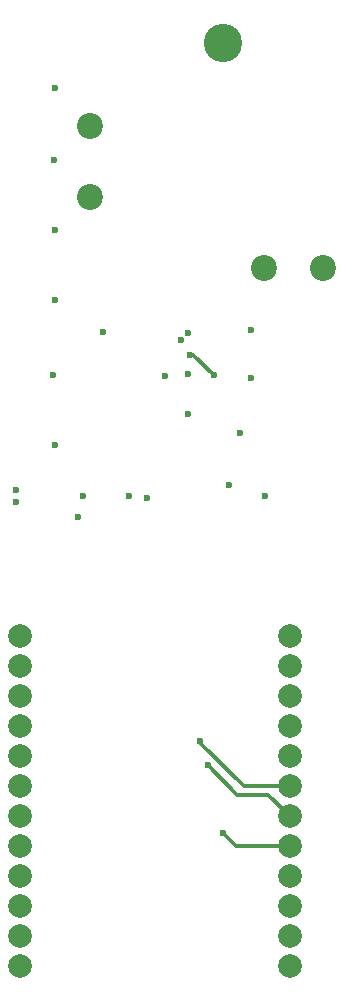
<source format=gbr>
%TF.GenerationSoftware,KiCad,Pcbnew,9.0.4*%
%TF.CreationDate,2025-08-31T21:44:59-07:00*%
%TF.ProjectId,motion-play-v4,6d6f7469-6f6e-42d7-906c-61792d76342e,rev?*%
%TF.SameCoordinates,Original*%
%TF.FileFunction,Copper,L4,Bot*%
%TF.FilePolarity,Positive*%
%FSLAX46Y46*%
G04 Gerber Fmt 4.6, Leading zero omitted, Abs format (unit mm)*
G04 Created by KiCad (PCBNEW 9.0.4) date 2025-08-31 21:44:59*
%MOMM*%
%LPD*%
G01*
G04 APERTURE LIST*
%TA.AperFunction,ComponentPad*%
%ADD10C,2.000000*%
%TD*%
%TA.AperFunction,WasherPad*%
%ADD11C,3.250000*%
%TD*%
%TA.AperFunction,ComponentPad*%
%ADD12C,2.200000*%
%TD*%
%TA.AperFunction,ViaPad*%
%ADD13C,0.600000*%
%TD*%
%TA.AperFunction,Conductor*%
%ADD14C,0.300000*%
%TD*%
G04 APERTURE END LIST*
D10*
%TO.P,U2,1,3v*%
%TO.N,Net-(3V2-Pad1)*%
X164700000Y-112100000D03*
%TO.P,U2,2,1*%
%TO.N,Net-(U2-1)*%
X164700000Y-114640000D03*
%TO.P,U2,3,2*%
%TO.N,Net-(J3-Pin_2)*%
X164700000Y-117180000D03*
%TO.P,U2,4,3*%
%TO.N,Net-(U2-3)*%
X164700000Y-119720000D03*
%TO.P,U2,5,10*%
%TO.N,Net-(U2-10)*%
X164700000Y-122260000D03*
%TO.P,U2,6,11*%
%TO.N,Net-(J4-Pin_3)*%
X164700000Y-124800000D03*
%TO.P,U2,7,12*%
%TO.N,Net-(J6-Pin_3)*%
X164700000Y-127340000D03*
%TO.P,U2,8,13*%
%TO.N,Net-(J8-Pin_3)*%
X164700000Y-129880000D03*
%TO.P,U2,9,NC*%
%TO.N,unconnected-(U2-NC-Pad9)*%
X164700000Y-132420000D03*
%TO.P,U2,10,NC*%
%TO.N,unconnected-(U2-NC-Pad10)*%
X164700000Y-134960000D03*
%TO.P,U2,11,GND*%
%TO.N,/GND*%
X164700000Y-137500000D03*
%TO.P,U2,12,5V*%
%TO.N,/+5V*%
X164700000Y-140040000D03*
%TO.P,U2,13,GND*%
%TO.N,/GND*%
X141838136Y-112100000D03*
%TO.P,U2,14,GND*%
X141838136Y-114640000D03*
%TO.P,U2,15,43*%
%TO.N,/SDA*%
X141838136Y-117180000D03*
%TO.P,U2,16,44*%
%TO.N,/SCL*%
X141838136Y-119720000D03*
%TO.P,U2,17,18*%
%TO.N,Net-(U2-18)*%
X141838136Y-122260000D03*
%TO.P,U2,18,17*%
%TO.N,Net-(U2-17)*%
X141838136Y-124800000D03*
%TO.P,U2,19,21*%
%TO.N,Net-(U2-21)*%
X141838136Y-127340000D03*
%TO.P,U2,20,16*%
%TO.N,Net-(U2-16)*%
X141838136Y-129880000D03*
%TO.P,U2,21,NC*%
%TO.N,unconnected-(U2-NC-Pad21)*%
X141838136Y-132420000D03*
%TO.P,U2,22,GND*%
%TO.N,/GND*%
X141838136Y-134960000D03*
%TO.P,U2,23,GND*%
X141838136Y-137500000D03*
%TO.P,U2,24,3v*%
%TO.N,Net-(3V1-Pad1)*%
X141838136Y-140040000D03*
%TD*%
D11*
%TO.P,J2,*%
%TO.N,*%
X158997500Y-61887500D03*
D12*
%TO.P,J2,1,GND*%
%TO.N,/GND*%
X167497500Y-80887500D03*
%TO.P,J2,2,5V*%
%TO.N,/+5V*%
X162497500Y-80887500D03*
%TO.P,J2,5V*%
%TO.N,N/C*%
X147747500Y-74887500D03*
%TO.P,J2,GND*%
X147747500Y-68887500D03*
%TD*%
D13*
%TO.N,/+3.3V*%
X144800000Y-83600000D03*
X146750000Y-102000000D03*
X156100000Y-93300000D03*
X144600000Y-90000000D03*
X156075000Y-89922500D03*
X144800000Y-95900000D03*
X144700000Y-71800000D03*
X144800000Y-65700000D03*
X144800000Y-77700000D03*
X141500000Y-99700000D03*
%TO.N,/GND*%
X147197500Y-100200000D03*
X154125001Y-90049173D03*
X152597500Y-100400000D03*
X151097500Y-100200000D03*
X148875000Y-86322500D03*
X161400000Y-86200000D03*
X159500000Y-99250000D03*
X156075000Y-86422500D03*
X155475000Y-87022500D03*
X162597500Y-100200000D03*
X141500000Y-100700000D03*
%TO.N,/+5V*%
X161397500Y-90200000D03*
X160497500Y-94900000D03*
%TO.N,Net-(J4-Pin_3)*%
X157100000Y-121000000D03*
%TO.N,Net-(J6-Pin_3)*%
X157750000Y-123000000D03*
%TO.N,Net-(J8-Pin_3)*%
X159000000Y-128750000D03*
%TO.N,Net-(U2-10)*%
X156250000Y-88250000D03*
X158250000Y-90000000D03*
%TD*%
D14*
%TO.N,Net-(J4-Pin_3)*%
X157100000Y-121100000D02*
X160800000Y-124800000D01*
X160800000Y-124800000D02*
X164700000Y-124800000D01*
X157100000Y-121000000D02*
X157100000Y-121100000D01*
%TO.N,Net-(J6-Pin_3)*%
X157750000Y-123000000D02*
X160250000Y-125500000D01*
X160250000Y-125500000D02*
X162860000Y-125500000D01*
X162860000Y-125500000D02*
X164700000Y-127340000D01*
%TO.N,Net-(J8-Pin_3)*%
X160130000Y-129880000D02*
X164700000Y-129880000D01*
X159000000Y-128750000D02*
X160130000Y-129880000D01*
%TO.N,Net-(U2-10)*%
X156500000Y-88250000D02*
X158250000Y-90000000D01*
X156250000Y-88250000D02*
X156500000Y-88250000D01*
%TD*%
M02*

</source>
